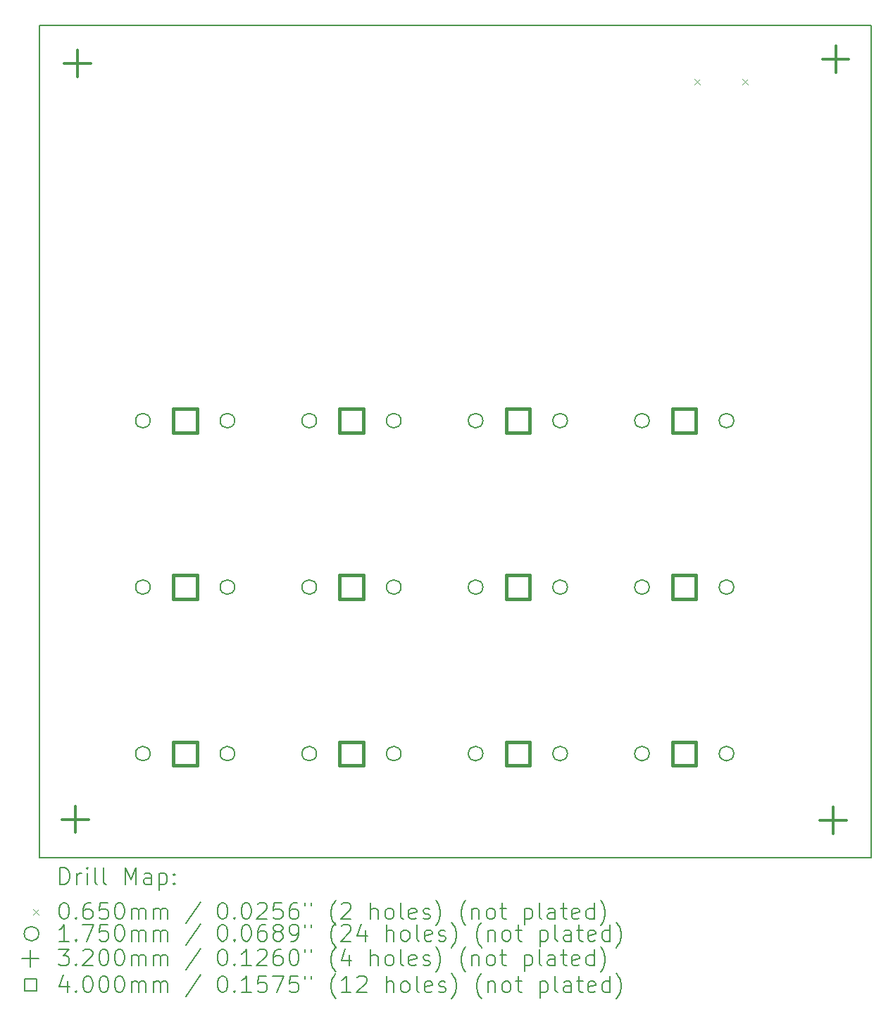
<source format=gbr>
%FSLAX45Y45*%
G04 Gerber Fmt 4.5, Leading zero omitted, Abs format (unit mm)*
G04 Created by KiCad (PCBNEW (6.0.0)) date 2022-08-04 01:32:55*
%MOMM*%
%LPD*%
G01*
G04 APERTURE LIST*
%TA.AperFunction,Profile*%
%ADD10C,0.200000*%
%TD*%
%ADD11C,0.200000*%
%ADD12C,0.065000*%
%ADD13C,0.175000*%
%ADD14C,0.320000*%
%ADD15C,0.400000*%
G04 APERTURE END LIST*
D10*
X4000000Y-3000000D02*
X14000000Y-3000000D01*
X14000000Y-3000000D02*
X14000000Y-13000000D01*
X14000000Y-13000000D02*
X4000000Y-13000000D01*
X4000000Y-13000000D02*
X4000000Y-3000000D01*
D11*
D12*
X11872500Y-3647400D02*
X11937500Y-3712400D01*
X11937500Y-3647400D02*
X11872500Y-3712400D01*
X12450500Y-3647400D02*
X12515500Y-3712400D01*
X12515500Y-3647400D02*
X12450500Y-3712400D01*
D13*
X5329500Y-7750000D02*
G75*
G03*
X5329500Y-7750000I-87500J0D01*
G01*
X5329500Y-9750000D02*
G75*
G03*
X5329500Y-9750000I-87500J0D01*
G01*
X5329500Y-11750000D02*
G75*
G03*
X5329500Y-11750000I-87500J0D01*
G01*
X6345500Y-7750000D02*
G75*
G03*
X6345500Y-7750000I-87500J0D01*
G01*
X6345500Y-9750000D02*
G75*
G03*
X6345500Y-9750000I-87500J0D01*
G01*
X6345500Y-11750000D02*
G75*
G03*
X6345500Y-11750000I-87500J0D01*
G01*
X7329500Y-7750000D02*
G75*
G03*
X7329500Y-7750000I-87500J0D01*
G01*
X7329500Y-9750000D02*
G75*
G03*
X7329500Y-9750000I-87500J0D01*
G01*
X7329500Y-11750000D02*
G75*
G03*
X7329500Y-11750000I-87500J0D01*
G01*
X8345500Y-7750000D02*
G75*
G03*
X8345500Y-7750000I-87500J0D01*
G01*
X8345500Y-9750000D02*
G75*
G03*
X8345500Y-9750000I-87500J0D01*
G01*
X8345500Y-11750000D02*
G75*
G03*
X8345500Y-11750000I-87500J0D01*
G01*
X9329500Y-7750000D02*
G75*
G03*
X9329500Y-7750000I-87500J0D01*
G01*
X9329500Y-9750000D02*
G75*
G03*
X9329500Y-9750000I-87500J0D01*
G01*
X9329500Y-11750000D02*
G75*
G03*
X9329500Y-11750000I-87500J0D01*
G01*
X10345500Y-7750000D02*
G75*
G03*
X10345500Y-7750000I-87500J0D01*
G01*
X10345500Y-9750000D02*
G75*
G03*
X10345500Y-9750000I-87500J0D01*
G01*
X10345500Y-11750000D02*
G75*
G03*
X10345500Y-11750000I-87500J0D01*
G01*
X11329500Y-7750000D02*
G75*
G03*
X11329500Y-7750000I-87500J0D01*
G01*
X11329500Y-9750000D02*
G75*
G03*
X11329500Y-9750000I-87500J0D01*
G01*
X11329500Y-11750000D02*
G75*
G03*
X11329500Y-11750000I-87500J0D01*
G01*
X12345500Y-7750000D02*
G75*
G03*
X12345500Y-7750000I-87500J0D01*
G01*
X12345500Y-9750000D02*
G75*
G03*
X12345500Y-9750000I-87500J0D01*
G01*
X12345500Y-11750000D02*
G75*
G03*
X12345500Y-11750000I-87500J0D01*
G01*
D14*
X4428100Y-12379600D02*
X4428100Y-12699600D01*
X4268100Y-12539600D02*
X4588100Y-12539600D01*
X4456900Y-3298500D02*
X4456900Y-3618500D01*
X4296900Y-3458500D02*
X4616900Y-3458500D01*
X13537200Y-12393500D02*
X13537200Y-12713500D01*
X13377200Y-12553500D02*
X13697200Y-12553500D01*
X13570000Y-3250000D02*
X13570000Y-3570000D01*
X13410000Y-3410000D02*
X13730000Y-3410000D01*
D15*
X5891423Y-7891423D02*
X5891423Y-7608577D01*
X5608577Y-7608577D01*
X5608577Y-7891423D01*
X5891423Y-7891423D01*
X5891423Y-9891423D02*
X5891423Y-9608577D01*
X5608577Y-9608577D01*
X5608577Y-9891423D01*
X5891423Y-9891423D01*
X5891423Y-11891423D02*
X5891423Y-11608577D01*
X5608577Y-11608577D01*
X5608577Y-11891423D01*
X5891423Y-11891423D01*
X7891423Y-7891423D02*
X7891423Y-7608577D01*
X7608577Y-7608577D01*
X7608577Y-7891423D01*
X7891423Y-7891423D01*
X7891423Y-9891423D02*
X7891423Y-9608577D01*
X7608577Y-9608577D01*
X7608577Y-9891423D01*
X7891423Y-9891423D01*
X7891423Y-11891423D02*
X7891423Y-11608577D01*
X7608577Y-11608577D01*
X7608577Y-11891423D01*
X7891423Y-11891423D01*
X9891423Y-7891423D02*
X9891423Y-7608577D01*
X9608577Y-7608577D01*
X9608577Y-7891423D01*
X9891423Y-7891423D01*
X9891423Y-9891423D02*
X9891423Y-9608577D01*
X9608577Y-9608577D01*
X9608577Y-9891423D01*
X9891423Y-9891423D01*
X9891423Y-11891423D02*
X9891423Y-11608577D01*
X9608577Y-11608577D01*
X9608577Y-11891423D01*
X9891423Y-11891423D01*
X11891423Y-7891423D02*
X11891423Y-7608577D01*
X11608577Y-7608577D01*
X11608577Y-7891423D01*
X11891423Y-7891423D01*
X11891423Y-9891423D02*
X11891423Y-9608577D01*
X11608577Y-9608577D01*
X11608577Y-9891423D01*
X11891423Y-9891423D01*
X11891423Y-11891423D02*
X11891423Y-11608577D01*
X11608577Y-11608577D01*
X11608577Y-11891423D01*
X11891423Y-11891423D01*
D11*
X4247619Y-13320476D02*
X4247619Y-13120476D01*
X4295238Y-13120476D01*
X4323810Y-13130000D01*
X4342857Y-13149048D01*
X4352381Y-13168095D01*
X4361905Y-13206190D01*
X4361905Y-13234762D01*
X4352381Y-13272857D01*
X4342857Y-13291905D01*
X4323810Y-13310952D01*
X4295238Y-13320476D01*
X4247619Y-13320476D01*
X4447619Y-13320476D02*
X4447619Y-13187143D01*
X4447619Y-13225238D02*
X4457143Y-13206190D01*
X4466667Y-13196667D01*
X4485714Y-13187143D01*
X4504762Y-13187143D01*
X4571429Y-13320476D02*
X4571429Y-13187143D01*
X4571429Y-13120476D02*
X4561905Y-13130000D01*
X4571429Y-13139524D01*
X4580952Y-13130000D01*
X4571429Y-13120476D01*
X4571429Y-13139524D01*
X4695238Y-13320476D02*
X4676190Y-13310952D01*
X4666667Y-13291905D01*
X4666667Y-13120476D01*
X4800000Y-13320476D02*
X4780952Y-13310952D01*
X4771429Y-13291905D01*
X4771429Y-13120476D01*
X5028571Y-13320476D02*
X5028571Y-13120476D01*
X5095238Y-13263333D01*
X5161905Y-13120476D01*
X5161905Y-13320476D01*
X5342857Y-13320476D02*
X5342857Y-13215714D01*
X5333333Y-13196667D01*
X5314286Y-13187143D01*
X5276190Y-13187143D01*
X5257143Y-13196667D01*
X5342857Y-13310952D02*
X5323810Y-13320476D01*
X5276190Y-13320476D01*
X5257143Y-13310952D01*
X5247619Y-13291905D01*
X5247619Y-13272857D01*
X5257143Y-13253809D01*
X5276190Y-13244286D01*
X5323810Y-13244286D01*
X5342857Y-13234762D01*
X5438095Y-13187143D02*
X5438095Y-13387143D01*
X5438095Y-13196667D02*
X5457143Y-13187143D01*
X5495238Y-13187143D01*
X5514286Y-13196667D01*
X5523810Y-13206190D01*
X5533333Y-13225238D01*
X5533333Y-13282381D01*
X5523810Y-13301428D01*
X5514286Y-13310952D01*
X5495238Y-13320476D01*
X5457143Y-13320476D01*
X5438095Y-13310952D01*
X5619048Y-13301428D02*
X5628571Y-13310952D01*
X5619048Y-13320476D01*
X5609524Y-13310952D01*
X5619048Y-13301428D01*
X5619048Y-13320476D01*
X5619048Y-13196667D02*
X5628571Y-13206190D01*
X5619048Y-13215714D01*
X5609524Y-13206190D01*
X5619048Y-13196667D01*
X5619048Y-13215714D01*
D12*
X3925000Y-13617500D02*
X3990000Y-13682500D01*
X3990000Y-13617500D02*
X3925000Y-13682500D01*
D11*
X4285714Y-13540476D02*
X4304762Y-13540476D01*
X4323810Y-13550000D01*
X4333333Y-13559524D01*
X4342857Y-13578571D01*
X4352381Y-13616667D01*
X4352381Y-13664286D01*
X4342857Y-13702381D01*
X4333333Y-13721428D01*
X4323810Y-13730952D01*
X4304762Y-13740476D01*
X4285714Y-13740476D01*
X4266667Y-13730952D01*
X4257143Y-13721428D01*
X4247619Y-13702381D01*
X4238095Y-13664286D01*
X4238095Y-13616667D01*
X4247619Y-13578571D01*
X4257143Y-13559524D01*
X4266667Y-13550000D01*
X4285714Y-13540476D01*
X4438095Y-13721428D02*
X4447619Y-13730952D01*
X4438095Y-13740476D01*
X4428571Y-13730952D01*
X4438095Y-13721428D01*
X4438095Y-13740476D01*
X4619048Y-13540476D02*
X4580952Y-13540476D01*
X4561905Y-13550000D01*
X4552381Y-13559524D01*
X4533333Y-13588095D01*
X4523810Y-13626190D01*
X4523810Y-13702381D01*
X4533333Y-13721428D01*
X4542857Y-13730952D01*
X4561905Y-13740476D01*
X4600000Y-13740476D01*
X4619048Y-13730952D01*
X4628571Y-13721428D01*
X4638095Y-13702381D01*
X4638095Y-13654762D01*
X4628571Y-13635714D01*
X4619048Y-13626190D01*
X4600000Y-13616667D01*
X4561905Y-13616667D01*
X4542857Y-13626190D01*
X4533333Y-13635714D01*
X4523810Y-13654762D01*
X4819048Y-13540476D02*
X4723810Y-13540476D01*
X4714286Y-13635714D01*
X4723810Y-13626190D01*
X4742857Y-13616667D01*
X4790476Y-13616667D01*
X4809524Y-13626190D01*
X4819048Y-13635714D01*
X4828571Y-13654762D01*
X4828571Y-13702381D01*
X4819048Y-13721428D01*
X4809524Y-13730952D01*
X4790476Y-13740476D01*
X4742857Y-13740476D01*
X4723810Y-13730952D01*
X4714286Y-13721428D01*
X4952381Y-13540476D02*
X4971429Y-13540476D01*
X4990476Y-13550000D01*
X5000000Y-13559524D01*
X5009524Y-13578571D01*
X5019048Y-13616667D01*
X5019048Y-13664286D01*
X5009524Y-13702381D01*
X5000000Y-13721428D01*
X4990476Y-13730952D01*
X4971429Y-13740476D01*
X4952381Y-13740476D01*
X4933333Y-13730952D01*
X4923810Y-13721428D01*
X4914286Y-13702381D01*
X4904762Y-13664286D01*
X4904762Y-13616667D01*
X4914286Y-13578571D01*
X4923810Y-13559524D01*
X4933333Y-13550000D01*
X4952381Y-13540476D01*
X5104762Y-13740476D02*
X5104762Y-13607143D01*
X5104762Y-13626190D02*
X5114286Y-13616667D01*
X5133333Y-13607143D01*
X5161905Y-13607143D01*
X5180952Y-13616667D01*
X5190476Y-13635714D01*
X5190476Y-13740476D01*
X5190476Y-13635714D02*
X5200000Y-13616667D01*
X5219048Y-13607143D01*
X5247619Y-13607143D01*
X5266667Y-13616667D01*
X5276190Y-13635714D01*
X5276190Y-13740476D01*
X5371429Y-13740476D02*
X5371429Y-13607143D01*
X5371429Y-13626190D02*
X5380952Y-13616667D01*
X5400000Y-13607143D01*
X5428571Y-13607143D01*
X5447619Y-13616667D01*
X5457143Y-13635714D01*
X5457143Y-13740476D01*
X5457143Y-13635714D02*
X5466667Y-13616667D01*
X5485714Y-13607143D01*
X5514286Y-13607143D01*
X5533333Y-13616667D01*
X5542857Y-13635714D01*
X5542857Y-13740476D01*
X5933333Y-13530952D02*
X5761905Y-13788095D01*
X6190476Y-13540476D02*
X6209524Y-13540476D01*
X6228571Y-13550000D01*
X6238095Y-13559524D01*
X6247619Y-13578571D01*
X6257143Y-13616667D01*
X6257143Y-13664286D01*
X6247619Y-13702381D01*
X6238095Y-13721428D01*
X6228571Y-13730952D01*
X6209524Y-13740476D01*
X6190476Y-13740476D01*
X6171428Y-13730952D01*
X6161905Y-13721428D01*
X6152381Y-13702381D01*
X6142857Y-13664286D01*
X6142857Y-13616667D01*
X6152381Y-13578571D01*
X6161905Y-13559524D01*
X6171428Y-13550000D01*
X6190476Y-13540476D01*
X6342857Y-13721428D02*
X6352381Y-13730952D01*
X6342857Y-13740476D01*
X6333333Y-13730952D01*
X6342857Y-13721428D01*
X6342857Y-13740476D01*
X6476190Y-13540476D02*
X6495238Y-13540476D01*
X6514286Y-13550000D01*
X6523809Y-13559524D01*
X6533333Y-13578571D01*
X6542857Y-13616667D01*
X6542857Y-13664286D01*
X6533333Y-13702381D01*
X6523809Y-13721428D01*
X6514286Y-13730952D01*
X6495238Y-13740476D01*
X6476190Y-13740476D01*
X6457143Y-13730952D01*
X6447619Y-13721428D01*
X6438095Y-13702381D01*
X6428571Y-13664286D01*
X6428571Y-13616667D01*
X6438095Y-13578571D01*
X6447619Y-13559524D01*
X6457143Y-13550000D01*
X6476190Y-13540476D01*
X6619048Y-13559524D02*
X6628571Y-13550000D01*
X6647619Y-13540476D01*
X6695238Y-13540476D01*
X6714286Y-13550000D01*
X6723809Y-13559524D01*
X6733333Y-13578571D01*
X6733333Y-13597619D01*
X6723809Y-13626190D01*
X6609524Y-13740476D01*
X6733333Y-13740476D01*
X6914286Y-13540476D02*
X6819048Y-13540476D01*
X6809524Y-13635714D01*
X6819048Y-13626190D01*
X6838095Y-13616667D01*
X6885714Y-13616667D01*
X6904762Y-13626190D01*
X6914286Y-13635714D01*
X6923809Y-13654762D01*
X6923809Y-13702381D01*
X6914286Y-13721428D01*
X6904762Y-13730952D01*
X6885714Y-13740476D01*
X6838095Y-13740476D01*
X6819048Y-13730952D01*
X6809524Y-13721428D01*
X7095238Y-13540476D02*
X7057143Y-13540476D01*
X7038095Y-13550000D01*
X7028571Y-13559524D01*
X7009524Y-13588095D01*
X7000000Y-13626190D01*
X7000000Y-13702381D01*
X7009524Y-13721428D01*
X7019048Y-13730952D01*
X7038095Y-13740476D01*
X7076190Y-13740476D01*
X7095238Y-13730952D01*
X7104762Y-13721428D01*
X7114286Y-13702381D01*
X7114286Y-13654762D01*
X7104762Y-13635714D01*
X7095238Y-13626190D01*
X7076190Y-13616667D01*
X7038095Y-13616667D01*
X7019048Y-13626190D01*
X7009524Y-13635714D01*
X7000000Y-13654762D01*
X7190476Y-13540476D02*
X7190476Y-13578571D01*
X7266667Y-13540476D02*
X7266667Y-13578571D01*
X7561905Y-13816667D02*
X7552381Y-13807143D01*
X7533333Y-13778571D01*
X7523809Y-13759524D01*
X7514286Y-13730952D01*
X7504762Y-13683333D01*
X7504762Y-13645238D01*
X7514286Y-13597619D01*
X7523809Y-13569048D01*
X7533333Y-13550000D01*
X7552381Y-13521428D01*
X7561905Y-13511905D01*
X7628571Y-13559524D02*
X7638095Y-13550000D01*
X7657143Y-13540476D01*
X7704762Y-13540476D01*
X7723809Y-13550000D01*
X7733333Y-13559524D01*
X7742857Y-13578571D01*
X7742857Y-13597619D01*
X7733333Y-13626190D01*
X7619048Y-13740476D01*
X7742857Y-13740476D01*
X7980952Y-13740476D02*
X7980952Y-13540476D01*
X8066667Y-13740476D02*
X8066667Y-13635714D01*
X8057143Y-13616667D01*
X8038095Y-13607143D01*
X8009524Y-13607143D01*
X7990476Y-13616667D01*
X7980952Y-13626190D01*
X8190476Y-13740476D02*
X8171428Y-13730952D01*
X8161905Y-13721428D01*
X8152381Y-13702381D01*
X8152381Y-13645238D01*
X8161905Y-13626190D01*
X8171428Y-13616667D01*
X8190476Y-13607143D01*
X8219048Y-13607143D01*
X8238095Y-13616667D01*
X8247619Y-13626190D01*
X8257143Y-13645238D01*
X8257143Y-13702381D01*
X8247619Y-13721428D01*
X8238095Y-13730952D01*
X8219048Y-13740476D01*
X8190476Y-13740476D01*
X8371428Y-13740476D02*
X8352381Y-13730952D01*
X8342857Y-13711905D01*
X8342857Y-13540476D01*
X8523810Y-13730952D02*
X8504762Y-13740476D01*
X8466667Y-13740476D01*
X8447619Y-13730952D01*
X8438095Y-13711905D01*
X8438095Y-13635714D01*
X8447619Y-13616667D01*
X8466667Y-13607143D01*
X8504762Y-13607143D01*
X8523810Y-13616667D01*
X8533333Y-13635714D01*
X8533333Y-13654762D01*
X8438095Y-13673809D01*
X8609524Y-13730952D02*
X8628571Y-13740476D01*
X8666667Y-13740476D01*
X8685714Y-13730952D01*
X8695238Y-13711905D01*
X8695238Y-13702381D01*
X8685714Y-13683333D01*
X8666667Y-13673809D01*
X8638095Y-13673809D01*
X8619048Y-13664286D01*
X8609524Y-13645238D01*
X8609524Y-13635714D01*
X8619048Y-13616667D01*
X8638095Y-13607143D01*
X8666667Y-13607143D01*
X8685714Y-13616667D01*
X8761905Y-13816667D02*
X8771429Y-13807143D01*
X8790476Y-13778571D01*
X8800000Y-13759524D01*
X8809524Y-13730952D01*
X8819048Y-13683333D01*
X8819048Y-13645238D01*
X8809524Y-13597619D01*
X8800000Y-13569048D01*
X8790476Y-13550000D01*
X8771429Y-13521428D01*
X8761905Y-13511905D01*
X9123810Y-13816667D02*
X9114286Y-13807143D01*
X9095238Y-13778571D01*
X9085714Y-13759524D01*
X9076190Y-13730952D01*
X9066667Y-13683333D01*
X9066667Y-13645238D01*
X9076190Y-13597619D01*
X9085714Y-13569048D01*
X9095238Y-13550000D01*
X9114286Y-13521428D01*
X9123810Y-13511905D01*
X9200000Y-13607143D02*
X9200000Y-13740476D01*
X9200000Y-13626190D02*
X9209524Y-13616667D01*
X9228571Y-13607143D01*
X9257143Y-13607143D01*
X9276190Y-13616667D01*
X9285714Y-13635714D01*
X9285714Y-13740476D01*
X9409524Y-13740476D02*
X9390476Y-13730952D01*
X9380952Y-13721428D01*
X9371429Y-13702381D01*
X9371429Y-13645238D01*
X9380952Y-13626190D01*
X9390476Y-13616667D01*
X9409524Y-13607143D01*
X9438095Y-13607143D01*
X9457143Y-13616667D01*
X9466667Y-13626190D01*
X9476190Y-13645238D01*
X9476190Y-13702381D01*
X9466667Y-13721428D01*
X9457143Y-13730952D01*
X9438095Y-13740476D01*
X9409524Y-13740476D01*
X9533333Y-13607143D02*
X9609524Y-13607143D01*
X9561905Y-13540476D02*
X9561905Y-13711905D01*
X9571429Y-13730952D01*
X9590476Y-13740476D01*
X9609524Y-13740476D01*
X9828571Y-13607143D02*
X9828571Y-13807143D01*
X9828571Y-13616667D02*
X9847619Y-13607143D01*
X9885714Y-13607143D01*
X9904762Y-13616667D01*
X9914286Y-13626190D01*
X9923810Y-13645238D01*
X9923810Y-13702381D01*
X9914286Y-13721428D01*
X9904762Y-13730952D01*
X9885714Y-13740476D01*
X9847619Y-13740476D01*
X9828571Y-13730952D01*
X10038095Y-13740476D02*
X10019048Y-13730952D01*
X10009524Y-13711905D01*
X10009524Y-13540476D01*
X10200000Y-13740476D02*
X10200000Y-13635714D01*
X10190476Y-13616667D01*
X10171429Y-13607143D01*
X10133333Y-13607143D01*
X10114286Y-13616667D01*
X10200000Y-13730952D02*
X10180952Y-13740476D01*
X10133333Y-13740476D01*
X10114286Y-13730952D01*
X10104762Y-13711905D01*
X10104762Y-13692857D01*
X10114286Y-13673809D01*
X10133333Y-13664286D01*
X10180952Y-13664286D01*
X10200000Y-13654762D01*
X10266667Y-13607143D02*
X10342857Y-13607143D01*
X10295238Y-13540476D02*
X10295238Y-13711905D01*
X10304762Y-13730952D01*
X10323810Y-13740476D01*
X10342857Y-13740476D01*
X10485714Y-13730952D02*
X10466667Y-13740476D01*
X10428571Y-13740476D01*
X10409524Y-13730952D01*
X10400000Y-13711905D01*
X10400000Y-13635714D01*
X10409524Y-13616667D01*
X10428571Y-13607143D01*
X10466667Y-13607143D01*
X10485714Y-13616667D01*
X10495238Y-13635714D01*
X10495238Y-13654762D01*
X10400000Y-13673809D01*
X10666667Y-13740476D02*
X10666667Y-13540476D01*
X10666667Y-13730952D02*
X10647619Y-13740476D01*
X10609524Y-13740476D01*
X10590476Y-13730952D01*
X10580952Y-13721428D01*
X10571429Y-13702381D01*
X10571429Y-13645238D01*
X10580952Y-13626190D01*
X10590476Y-13616667D01*
X10609524Y-13607143D01*
X10647619Y-13607143D01*
X10666667Y-13616667D01*
X10742857Y-13816667D02*
X10752381Y-13807143D01*
X10771429Y-13778571D01*
X10780952Y-13759524D01*
X10790476Y-13730952D01*
X10800000Y-13683333D01*
X10800000Y-13645238D01*
X10790476Y-13597619D01*
X10780952Y-13569048D01*
X10771429Y-13550000D01*
X10752381Y-13521428D01*
X10742857Y-13511905D01*
D13*
X3990000Y-13914000D02*
G75*
G03*
X3990000Y-13914000I-87500J0D01*
G01*
D11*
X4352381Y-14004476D02*
X4238095Y-14004476D01*
X4295238Y-14004476D02*
X4295238Y-13804476D01*
X4276190Y-13833048D01*
X4257143Y-13852095D01*
X4238095Y-13861619D01*
X4438095Y-13985428D02*
X4447619Y-13994952D01*
X4438095Y-14004476D01*
X4428571Y-13994952D01*
X4438095Y-13985428D01*
X4438095Y-14004476D01*
X4514286Y-13804476D02*
X4647619Y-13804476D01*
X4561905Y-14004476D01*
X4819048Y-13804476D02*
X4723810Y-13804476D01*
X4714286Y-13899714D01*
X4723810Y-13890190D01*
X4742857Y-13880667D01*
X4790476Y-13880667D01*
X4809524Y-13890190D01*
X4819048Y-13899714D01*
X4828571Y-13918762D01*
X4828571Y-13966381D01*
X4819048Y-13985428D01*
X4809524Y-13994952D01*
X4790476Y-14004476D01*
X4742857Y-14004476D01*
X4723810Y-13994952D01*
X4714286Y-13985428D01*
X4952381Y-13804476D02*
X4971429Y-13804476D01*
X4990476Y-13814000D01*
X5000000Y-13823524D01*
X5009524Y-13842571D01*
X5019048Y-13880667D01*
X5019048Y-13928286D01*
X5009524Y-13966381D01*
X5000000Y-13985428D01*
X4990476Y-13994952D01*
X4971429Y-14004476D01*
X4952381Y-14004476D01*
X4933333Y-13994952D01*
X4923810Y-13985428D01*
X4914286Y-13966381D01*
X4904762Y-13928286D01*
X4904762Y-13880667D01*
X4914286Y-13842571D01*
X4923810Y-13823524D01*
X4933333Y-13814000D01*
X4952381Y-13804476D01*
X5104762Y-14004476D02*
X5104762Y-13871143D01*
X5104762Y-13890190D02*
X5114286Y-13880667D01*
X5133333Y-13871143D01*
X5161905Y-13871143D01*
X5180952Y-13880667D01*
X5190476Y-13899714D01*
X5190476Y-14004476D01*
X5190476Y-13899714D02*
X5200000Y-13880667D01*
X5219048Y-13871143D01*
X5247619Y-13871143D01*
X5266667Y-13880667D01*
X5276190Y-13899714D01*
X5276190Y-14004476D01*
X5371429Y-14004476D02*
X5371429Y-13871143D01*
X5371429Y-13890190D02*
X5380952Y-13880667D01*
X5400000Y-13871143D01*
X5428571Y-13871143D01*
X5447619Y-13880667D01*
X5457143Y-13899714D01*
X5457143Y-14004476D01*
X5457143Y-13899714D02*
X5466667Y-13880667D01*
X5485714Y-13871143D01*
X5514286Y-13871143D01*
X5533333Y-13880667D01*
X5542857Y-13899714D01*
X5542857Y-14004476D01*
X5933333Y-13794952D02*
X5761905Y-14052095D01*
X6190476Y-13804476D02*
X6209524Y-13804476D01*
X6228571Y-13814000D01*
X6238095Y-13823524D01*
X6247619Y-13842571D01*
X6257143Y-13880667D01*
X6257143Y-13928286D01*
X6247619Y-13966381D01*
X6238095Y-13985428D01*
X6228571Y-13994952D01*
X6209524Y-14004476D01*
X6190476Y-14004476D01*
X6171428Y-13994952D01*
X6161905Y-13985428D01*
X6152381Y-13966381D01*
X6142857Y-13928286D01*
X6142857Y-13880667D01*
X6152381Y-13842571D01*
X6161905Y-13823524D01*
X6171428Y-13814000D01*
X6190476Y-13804476D01*
X6342857Y-13985428D02*
X6352381Y-13994952D01*
X6342857Y-14004476D01*
X6333333Y-13994952D01*
X6342857Y-13985428D01*
X6342857Y-14004476D01*
X6476190Y-13804476D02*
X6495238Y-13804476D01*
X6514286Y-13814000D01*
X6523809Y-13823524D01*
X6533333Y-13842571D01*
X6542857Y-13880667D01*
X6542857Y-13928286D01*
X6533333Y-13966381D01*
X6523809Y-13985428D01*
X6514286Y-13994952D01*
X6495238Y-14004476D01*
X6476190Y-14004476D01*
X6457143Y-13994952D01*
X6447619Y-13985428D01*
X6438095Y-13966381D01*
X6428571Y-13928286D01*
X6428571Y-13880667D01*
X6438095Y-13842571D01*
X6447619Y-13823524D01*
X6457143Y-13814000D01*
X6476190Y-13804476D01*
X6714286Y-13804476D02*
X6676190Y-13804476D01*
X6657143Y-13814000D01*
X6647619Y-13823524D01*
X6628571Y-13852095D01*
X6619048Y-13890190D01*
X6619048Y-13966381D01*
X6628571Y-13985428D01*
X6638095Y-13994952D01*
X6657143Y-14004476D01*
X6695238Y-14004476D01*
X6714286Y-13994952D01*
X6723809Y-13985428D01*
X6733333Y-13966381D01*
X6733333Y-13918762D01*
X6723809Y-13899714D01*
X6714286Y-13890190D01*
X6695238Y-13880667D01*
X6657143Y-13880667D01*
X6638095Y-13890190D01*
X6628571Y-13899714D01*
X6619048Y-13918762D01*
X6847619Y-13890190D02*
X6828571Y-13880667D01*
X6819048Y-13871143D01*
X6809524Y-13852095D01*
X6809524Y-13842571D01*
X6819048Y-13823524D01*
X6828571Y-13814000D01*
X6847619Y-13804476D01*
X6885714Y-13804476D01*
X6904762Y-13814000D01*
X6914286Y-13823524D01*
X6923809Y-13842571D01*
X6923809Y-13852095D01*
X6914286Y-13871143D01*
X6904762Y-13880667D01*
X6885714Y-13890190D01*
X6847619Y-13890190D01*
X6828571Y-13899714D01*
X6819048Y-13909238D01*
X6809524Y-13928286D01*
X6809524Y-13966381D01*
X6819048Y-13985428D01*
X6828571Y-13994952D01*
X6847619Y-14004476D01*
X6885714Y-14004476D01*
X6904762Y-13994952D01*
X6914286Y-13985428D01*
X6923809Y-13966381D01*
X6923809Y-13928286D01*
X6914286Y-13909238D01*
X6904762Y-13899714D01*
X6885714Y-13890190D01*
X7019048Y-14004476D02*
X7057143Y-14004476D01*
X7076190Y-13994952D01*
X7085714Y-13985428D01*
X7104762Y-13956857D01*
X7114286Y-13918762D01*
X7114286Y-13842571D01*
X7104762Y-13823524D01*
X7095238Y-13814000D01*
X7076190Y-13804476D01*
X7038095Y-13804476D01*
X7019048Y-13814000D01*
X7009524Y-13823524D01*
X7000000Y-13842571D01*
X7000000Y-13890190D01*
X7009524Y-13909238D01*
X7019048Y-13918762D01*
X7038095Y-13928286D01*
X7076190Y-13928286D01*
X7095238Y-13918762D01*
X7104762Y-13909238D01*
X7114286Y-13890190D01*
X7190476Y-13804476D02*
X7190476Y-13842571D01*
X7266667Y-13804476D02*
X7266667Y-13842571D01*
X7561905Y-14080667D02*
X7552381Y-14071143D01*
X7533333Y-14042571D01*
X7523809Y-14023524D01*
X7514286Y-13994952D01*
X7504762Y-13947333D01*
X7504762Y-13909238D01*
X7514286Y-13861619D01*
X7523809Y-13833048D01*
X7533333Y-13814000D01*
X7552381Y-13785428D01*
X7561905Y-13775905D01*
X7628571Y-13823524D02*
X7638095Y-13814000D01*
X7657143Y-13804476D01*
X7704762Y-13804476D01*
X7723809Y-13814000D01*
X7733333Y-13823524D01*
X7742857Y-13842571D01*
X7742857Y-13861619D01*
X7733333Y-13890190D01*
X7619048Y-14004476D01*
X7742857Y-14004476D01*
X7914286Y-13871143D02*
X7914286Y-14004476D01*
X7866667Y-13794952D02*
X7819048Y-13937809D01*
X7942857Y-13937809D01*
X8171428Y-14004476D02*
X8171428Y-13804476D01*
X8257143Y-14004476D02*
X8257143Y-13899714D01*
X8247619Y-13880667D01*
X8228571Y-13871143D01*
X8200000Y-13871143D01*
X8180952Y-13880667D01*
X8171428Y-13890190D01*
X8380952Y-14004476D02*
X8361905Y-13994952D01*
X8352381Y-13985428D01*
X8342857Y-13966381D01*
X8342857Y-13909238D01*
X8352381Y-13890190D01*
X8361905Y-13880667D01*
X8380952Y-13871143D01*
X8409524Y-13871143D01*
X8428571Y-13880667D01*
X8438095Y-13890190D01*
X8447619Y-13909238D01*
X8447619Y-13966381D01*
X8438095Y-13985428D01*
X8428571Y-13994952D01*
X8409524Y-14004476D01*
X8380952Y-14004476D01*
X8561905Y-14004476D02*
X8542857Y-13994952D01*
X8533333Y-13975905D01*
X8533333Y-13804476D01*
X8714286Y-13994952D02*
X8695238Y-14004476D01*
X8657143Y-14004476D01*
X8638095Y-13994952D01*
X8628571Y-13975905D01*
X8628571Y-13899714D01*
X8638095Y-13880667D01*
X8657143Y-13871143D01*
X8695238Y-13871143D01*
X8714286Y-13880667D01*
X8723810Y-13899714D01*
X8723810Y-13918762D01*
X8628571Y-13937809D01*
X8800000Y-13994952D02*
X8819048Y-14004476D01*
X8857143Y-14004476D01*
X8876190Y-13994952D01*
X8885714Y-13975905D01*
X8885714Y-13966381D01*
X8876190Y-13947333D01*
X8857143Y-13937809D01*
X8828571Y-13937809D01*
X8809524Y-13928286D01*
X8800000Y-13909238D01*
X8800000Y-13899714D01*
X8809524Y-13880667D01*
X8828571Y-13871143D01*
X8857143Y-13871143D01*
X8876190Y-13880667D01*
X8952381Y-14080667D02*
X8961905Y-14071143D01*
X8980952Y-14042571D01*
X8990476Y-14023524D01*
X9000000Y-13994952D01*
X9009524Y-13947333D01*
X9009524Y-13909238D01*
X9000000Y-13861619D01*
X8990476Y-13833048D01*
X8980952Y-13814000D01*
X8961905Y-13785428D01*
X8952381Y-13775905D01*
X9314286Y-14080667D02*
X9304762Y-14071143D01*
X9285714Y-14042571D01*
X9276190Y-14023524D01*
X9266667Y-13994952D01*
X9257143Y-13947333D01*
X9257143Y-13909238D01*
X9266667Y-13861619D01*
X9276190Y-13833048D01*
X9285714Y-13814000D01*
X9304762Y-13785428D01*
X9314286Y-13775905D01*
X9390476Y-13871143D02*
X9390476Y-14004476D01*
X9390476Y-13890190D02*
X9400000Y-13880667D01*
X9419048Y-13871143D01*
X9447619Y-13871143D01*
X9466667Y-13880667D01*
X9476190Y-13899714D01*
X9476190Y-14004476D01*
X9600000Y-14004476D02*
X9580952Y-13994952D01*
X9571429Y-13985428D01*
X9561905Y-13966381D01*
X9561905Y-13909238D01*
X9571429Y-13890190D01*
X9580952Y-13880667D01*
X9600000Y-13871143D01*
X9628571Y-13871143D01*
X9647619Y-13880667D01*
X9657143Y-13890190D01*
X9666667Y-13909238D01*
X9666667Y-13966381D01*
X9657143Y-13985428D01*
X9647619Y-13994952D01*
X9628571Y-14004476D01*
X9600000Y-14004476D01*
X9723810Y-13871143D02*
X9800000Y-13871143D01*
X9752381Y-13804476D02*
X9752381Y-13975905D01*
X9761905Y-13994952D01*
X9780952Y-14004476D01*
X9800000Y-14004476D01*
X10019048Y-13871143D02*
X10019048Y-14071143D01*
X10019048Y-13880667D02*
X10038095Y-13871143D01*
X10076190Y-13871143D01*
X10095238Y-13880667D01*
X10104762Y-13890190D01*
X10114286Y-13909238D01*
X10114286Y-13966381D01*
X10104762Y-13985428D01*
X10095238Y-13994952D01*
X10076190Y-14004476D01*
X10038095Y-14004476D01*
X10019048Y-13994952D01*
X10228571Y-14004476D02*
X10209524Y-13994952D01*
X10200000Y-13975905D01*
X10200000Y-13804476D01*
X10390476Y-14004476D02*
X10390476Y-13899714D01*
X10380952Y-13880667D01*
X10361905Y-13871143D01*
X10323810Y-13871143D01*
X10304762Y-13880667D01*
X10390476Y-13994952D02*
X10371429Y-14004476D01*
X10323810Y-14004476D01*
X10304762Y-13994952D01*
X10295238Y-13975905D01*
X10295238Y-13956857D01*
X10304762Y-13937809D01*
X10323810Y-13928286D01*
X10371429Y-13928286D01*
X10390476Y-13918762D01*
X10457143Y-13871143D02*
X10533333Y-13871143D01*
X10485714Y-13804476D02*
X10485714Y-13975905D01*
X10495238Y-13994952D01*
X10514286Y-14004476D01*
X10533333Y-14004476D01*
X10676190Y-13994952D02*
X10657143Y-14004476D01*
X10619048Y-14004476D01*
X10600000Y-13994952D01*
X10590476Y-13975905D01*
X10590476Y-13899714D01*
X10600000Y-13880667D01*
X10619048Y-13871143D01*
X10657143Y-13871143D01*
X10676190Y-13880667D01*
X10685714Y-13899714D01*
X10685714Y-13918762D01*
X10590476Y-13937809D01*
X10857143Y-14004476D02*
X10857143Y-13804476D01*
X10857143Y-13994952D02*
X10838095Y-14004476D01*
X10800000Y-14004476D01*
X10780952Y-13994952D01*
X10771429Y-13985428D01*
X10761905Y-13966381D01*
X10761905Y-13909238D01*
X10771429Y-13890190D01*
X10780952Y-13880667D01*
X10800000Y-13871143D01*
X10838095Y-13871143D01*
X10857143Y-13880667D01*
X10933333Y-14080667D02*
X10942857Y-14071143D01*
X10961905Y-14042571D01*
X10971429Y-14023524D01*
X10980952Y-13994952D01*
X10990476Y-13947333D01*
X10990476Y-13909238D01*
X10980952Y-13861619D01*
X10971429Y-13833048D01*
X10961905Y-13814000D01*
X10942857Y-13785428D01*
X10933333Y-13775905D01*
X3890000Y-14109000D02*
X3890000Y-14309000D01*
X3790000Y-14209000D02*
X3990000Y-14209000D01*
X4228571Y-14099476D02*
X4352381Y-14099476D01*
X4285714Y-14175667D01*
X4314286Y-14175667D01*
X4333333Y-14185190D01*
X4342857Y-14194714D01*
X4352381Y-14213762D01*
X4352381Y-14261381D01*
X4342857Y-14280428D01*
X4333333Y-14289952D01*
X4314286Y-14299476D01*
X4257143Y-14299476D01*
X4238095Y-14289952D01*
X4228571Y-14280428D01*
X4438095Y-14280428D02*
X4447619Y-14289952D01*
X4438095Y-14299476D01*
X4428571Y-14289952D01*
X4438095Y-14280428D01*
X4438095Y-14299476D01*
X4523810Y-14118524D02*
X4533333Y-14109000D01*
X4552381Y-14099476D01*
X4600000Y-14099476D01*
X4619048Y-14109000D01*
X4628571Y-14118524D01*
X4638095Y-14137571D01*
X4638095Y-14156619D01*
X4628571Y-14185190D01*
X4514286Y-14299476D01*
X4638095Y-14299476D01*
X4761905Y-14099476D02*
X4780952Y-14099476D01*
X4800000Y-14109000D01*
X4809524Y-14118524D01*
X4819048Y-14137571D01*
X4828571Y-14175667D01*
X4828571Y-14223286D01*
X4819048Y-14261381D01*
X4809524Y-14280428D01*
X4800000Y-14289952D01*
X4780952Y-14299476D01*
X4761905Y-14299476D01*
X4742857Y-14289952D01*
X4733333Y-14280428D01*
X4723810Y-14261381D01*
X4714286Y-14223286D01*
X4714286Y-14175667D01*
X4723810Y-14137571D01*
X4733333Y-14118524D01*
X4742857Y-14109000D01*
X4761905Y-14099476D01*
X4952381Y-14099476D02*
X4971429Y-14099476D01*
X4990476Y-14109000D01*
X5000000Y-14118524D01*
X5009524Y-14137571D01*
X5019048Y-14175667D01*
X5019048Y-14223286D01*
X5009524Y-14261381D01*
X5000000Y-14280428D01*
X4990476Y-14289952D01*
X4971429Y-14299476D01*
X4952381Y-14299476D01*
X4933333Y-14289952D01*
X4923810Y-14280428D01*
X4914286Y-14261381D01*
X4904762Y-14223286D01*
X4904762Y-14175667D01*
X4914286Y-14137571D01*
X4923810Y-14118524D01*
X4933333Y-14109000D01*
X4952381Y-14099476D01*
X5104762Y-14299476D02*
X5104762Y-14166143D01*
X5104762Y-14185190D02*
X5114286Y-14175667D01*
X5133333Y-14166143D01*
X5161905Y-14166143D01*
X5180952Y-14175667D01*
X5190476Y-14194714D01*
X5190476Y-14299476D01*
X5190476Y-14194714D02*
X5200000Y-14175667D01*
X5219048Y-14166143D01*
X5247619Y-14166143D01*
X5266667Y-14175667D01*
X5276190Y-14194714D01*
X5276190Y-14299476D01*
X5371429Y-14299476D02*
X5371429Y-14166143D01*
X5371429Y-14185190D02*
X5380952Y-14175667D01*
X5400000Y-14166143D01*
X5428571Y-14166143D01*
X5447619Y-14175667D01*
X5457143Y-14194714D01*
X5457143Y-14299476D01*
X5457143Y-14194714D02*
X5466667Y-14175667D01*
X5485714Y-14166143D01*
X5514286Y-14166143D01*
X5533333Y-14175667D01*
X5542857Y-14194714D01*
X5542857Y-14299476D01*
X5933333Y-14089952D02*
X5761905Y-14347095D01*
X6190476Y-14099476D02*
X6209524Y-14099476D01*
X6228571Y-14109000D01*
X6238095Y-14118524D01*
X6247619Y-14137571D01*
X6257143Y-14175667D01*
X6257143Y-14223286D01*
X6247619Y-14261381D01*
X6238095Y-14280428D01*
X6228571Y-14289952D01*
X6209524Y-14299476D01*
X6190476Y-14299476D01*
X6171428Y-14289952D01*
X6161905Y-14280428D01*
X6152381Y-14261381D01*
X6142857Y-14223286D01*
X6142857Y-14175667D01*
X6152381Y-14137571D01*
X6161905Y-14118524D01*
X6171428Y-14109000D01*
X6190476Y-14099476D01*
X6342857Y-14280428D02*
X6352381Y-14289952D01*
X6342857Y-14299476D01*
X6333333Y-14289952D01*
X6342857Y-14280428D01*
X6342857Y-14299476D01*
X6542857Y-14299476D02*
X6428571Y-14299476D01*
X6485714Y-14299476D02*
X6485714Y-14099476D01*
X6466667Y-14128048D01*
X6447619Y-14147095D01*
X6428571Y-14156619D01*
X6619048Y-14118524D02*
X6628571Y-14109000D01*
X6647619Y-14099476D01*
X6695238Y-14099476D01*
X6714286Y-14109000D01*
X6723809Y-14118524D01*
X6733333Y-14137571D01*
X6733333Y-14156619D01*
X6723809Y-14185190D01*
X6609524Y-14299476D01*
X6733333Y-14299476D01*
X6904762Y-14099476D02*
X6866667Y-14099476D01*
X6847619Y-14109000D01*
X6838095Y-14118524D01*
X6819048Y-14147095D01*
X6809524Y-14185190D01*
X6809524Y-14261381D01*
X6819048Y-14280428D01*
X6828571Y-14289952D01*
X6847619Y-14299476D01*
X6885714Y-14299476D01*
X6904762Y-14289952D01*
X6914286Y-14280428D01*
X6923809Y-14261381D01*
X6923809Y-14213762D01*
X6914286Y-14194714D01*
X6904762Y-14185190D01*
X6885714Y-14175667D01*
X6847619Y-14175667D01*
X6828571Y-14185190D01*
X6819048Y-14194714D01*
X6809524Y-14213762D01*
X7047619Y-14099476D02*
X7066667Y-14099476D01*
X7085714Y-14109000D01*
X7095238Y-14118524D01*
X7104762Y-14137571D01*
X7114286Y-14175667D01*
X7114286Y-14223286D01*
X7104762Y-14261381D01*
X7095238Y-14280428D01*
X7085714Y-14289952D01*
X7066667Y-14299476D01*
X7047619Y-14299476D01*
X7028571Y-14289952D01*
X7019048Y-14280428D01*
X7009524Y-14261381D01*
X7000000Y-14223286D01*
X7000000Y-14175667D01*
X7009524Y-14137571D01*
X7019048Y-14118524D01*
X7028571Y-14109000D01*
X7047619Y-14099476D01*
X7190476Y-14099476D02*
X7190476Y-14137571D01*
X7266667Y-14099476D02*
X7266667Y-14137571D01*
X7561905Y-14375667D02*
X7552381Y-14366143D01*
X7533333Y-14337571D01*
X7523809Y-14318524D01*
X7514286Y-14289952D01*
X7504762Y-14242333D01*
X7504762Y-14204238D01*
X7514286Y-14156619D01*
X7523809Y-14128048D01*
X7533333Y-14109000D01*
X7552381Y-14080428D01*
X7561905Y-14070905D01*
X7723809Y-14166143D02*
X7723809Y-14299476D01*
X7676190Y-14089952D02*
X7628571Y-14232809D01*
X7752381Y-14232809D01*
X7980952Y-14299476D02*
X7980952Y-14099476D01*
X8066667Y-14299476D02*
X8066667Y-14194714D01*
X8057143Y-14175667D01*
X8038095Y-14166143D01*
X8009524Y-14166143D01*
X7990476Y-14175667D01*
X7980952Y-14185190D01*
X8190476Y-14299476D02*
X8171428Y-14289952D01*
X8161905Y-14280428D01*
X8152381Y-14261381D01*
X8152381Y-14204238D01*
X8161905Y-14185190D01*
X8171428Y-14175667D01*
X8190476Y-14166143D01*
X8219048Y-14166143D01*
X8238095Y-14175667D01*
X8247619Y-14185190D01*
X8257143Y-14204238D01*
X8257143Y-14261381D01*
X8247619Y-14280428D01*
X8238095Y-14289952D01*
X8219048Y-14299476D01*
X8190476Y-14299476D01*
X8371428Y-14299476D02*
X8352381Y-14289952D01*
X8342857Y-14270905D01*
X8342857Y-14099476D01*
X8523810Y-14289952D02*
X8504762Y-14299476D01*
X8466667Y-14299476D01*
X8447619Y-14289952D01*
X8438095Y-14270905D01*
X8438095Y-14194714D01*
X8447619Y-14175667D01*
X8466667Y-14166143D01*
X8504762Y-14166143D01*
X8523810Y-14175667D01*
X8533333Y-14194714D01*
X8533333Y-14213762D01*
X8438095Y-14232809D01*
X8609524Y-14289952D02*
X8628571Y-14299476D01*
X8666667Y-14299476D01*
X8685714Y-14289952D01*
X8695238Y-14270905D01*
X8695238Y-14261381D01*
X8685714Y-14242333D01*
X8666667Y-14232809D01*
X8638095Y-14232809D01*
X8619048Y-14223286D01*
X8609524Y-14204238D01*
X8609524Y-14194714D01*
X8619048Y-14175667D01*
X8638095Y-14166143D01*
X8666667Y-14166143D01*
X8685714Y-14175667D01*
X8761905Y-14375667D02*
X8771429Y-14366143D01*
X8790476Y-14337571D01*
X8800000Y-14318524D01*
X8809524Y-14289952D01*
X8819048Y-14242333D01*
X8819048Y-14204238D01*
X8809524Y-14156619D01*
X8800000Y-14128048D01*
X8790476Y-14109000D01*
X8771429Y-14080428D01*
X8761905Y-14070905D01*
X9123810Y-14375667D02*
X9114286Y-14366143D01*
X9095238Y-14337571D01*
X9085714Y-14318524D01*
X9076190Y-14289952D01*
X9066667Y-14242333D01*
X9066667Y-14204238D01*
X9076190Y-14156619D01*
X9085714Y-14128048D01*
X9095238Y-14109000D01*
X9114286Y-14080428D01*
X9123810Y-14070905D01*
X9200000Y-14166143D02*
X9200000Y-14299476D01*
X9200000Y-14185190D02*
X9209524Y-14175667D01*
X9228571Y-14166143D01*
X9257143Y-14166143D01*
X9276190Y-14175667D01*
X9285714Y-14194714D01*
X9285714Y-14299476D01*
X9409524Y-14299476D02*
X9390476Y-14289952D01*
X9380952Y-14280428D01*
X9371429Y-14261381D01*
X9371429Y-14204238D01*
X9380952Y-14185190D01*
X9390476Y-14175667D01*
X9409524Y-14166143D01*
X9438095Y-14166143D01*
X9457143Y-14175667D01*
X9466667Y-14185190D01*
X9476190Y-14204238D01*
X9476190Y-14261381D01*
X9466667Y-14280428D01*
X9457143Y-14289952D01*
X9438095Y-14299476D01*
X9409524Y-14299476D01*
X9533333Y-14166143D02*
X9609524Y-14166143D01*
X9561905Y-14099476D02*
X9561905Y-14270905D01*
X9571429Y-14289952D01*
X9590476Y-14299476D01*
X9609524Y-14299476D01*
X9828571Y-14166143D02*
X9828571Y-14366143D01*
X9828571Y-14175667D02*
X9847619Y-14166143D01*
X9885714Y-14166143D01*
X9904762Y-14175667D01*
X9914286Y-14185190D01*
X9923810Y-14204238D01*
X9923810Y-14261381D01*
X9914286Y-14280428D01*
X9904762Y-14289952D01*
X9885714Y-14299476D01*
X9847619Y-14299476D01*
X9828571Y-14289952D01*
X10038095Y-14299476D02*
X10019048Y-14289952D01*
X10009524Y-14270905D01*
X10009524Y-14099476D01*
X10200000Y-14299476D02*
X10200000Y-14194714D01*
X10190476Y-14175667D01*
X10171429Y-14166143D01*
X10133333Y-14166143D01*
X10114286Y-14175667D01*
X10200000Y-14289952D02*
X10180952Y-14299476D01*
X10133333Y-14299476D01*
X10114286Y-14289952D01*
X10104762Y-14270905D01*
X10104762Y-14251857D01*
X10114286Y-14232809D01*
X10133333Y-14223286D01*
X10180952Y-14223286D01*
X10200000Y-14213762D01*
X10266667Y-14166143D02*
X10342857Y-14166143D01*
X10295238Y-14099476D02*
X10295238Y-14270905D01*
X10304762Y-14289952D01*
X10323810Y-14299476D01*
X10342857Y-14299476D01*
X10485714Y-14289952D02*
X10466667Y-14299476D01*
X10428571Y-14299476D01*
X10409524Y-14289952D01*
X10400000Y-14270905D01*
X10400000Y-14194714D01*
X10409524Y-14175667D01*
X10428571Y-14166143D01*
X10466667Y-14166143D01*
X10485714Y-14175667D01*
X10495238Y-14194714D01*
X10495238Y-14213762D01*
X10400000Y-14232809D01*
X10666667Y-14299476D02*
X10666667Y-14099476D01*
X10666667Y-14289952D02*
X10647619Y-14299476D01*
X10609524Y-14299476D01*
X10590476Y-14289952D01*
X10580952Y-14280428D01*
X10571429Y-14261381D01*
X10571429Y-14204238D01*
X10580952Y-14185190D01*
X10590476Y-14175667D01*
X10609524Y-14166143D01*
X10647619Y-14166143D01*
X10666667Y-14175667D01*
X10742857Y-14375667D02*
X10752381Y-14366143D01*
X10771429Y-14337571D01*
X10780952Y-14318524D01*
X10790476Y-14289952D01*
X10800000Y-14242333D01*
X10800000Y-14204238D01*
X10790476Y-14156619D01*
X10780952Y-14128048D01*
X10771429Y-14109000D01*
X10752381Y-14080428D01*
X10742857Y-14070905D01*
X3960711Y-14599711D02*
X3960711Y-14458289D01*
X3819289Y-14458289D01*
X3819289Y-14599711D01*
X3960711Y-14599711D01*
X4333333Y-14486143D02*
X4333333Y-14619476D01*
X4285714Y-14409952D02*
X4238095Y-14552809D01*
X4361905Y-14552809D01*
X4438095Y-14600428D02*
X4447619Y-14609952D01*
X4438095Y-14619476D01*
X4428571Y-14609952D01*
X4438095Y-14600428D01*
X4438095Y-14619476D01*
X4571429Y-14419476D02*
X4590476Y-14419476D01*
X4609524Y-14429000D01*
X4619048Y-14438524D01*
X4628571Y-14457571D01*
X4638095Y-14495667D01*
X4638095Y-14543286D01*
X4628571Y-14581381D01*
X4619048Y-14600428D01*
X4609524Y-14609952D01*
X4590476Y-14619476D01*
X4571429Y-14619476D01*
X4552381Y-14609952D01*
X4542857Y-14600428D01*
X4533333Y-14581381D01*
X4523810Y-14543286D01*
X4523810Y-14495667D01*
X4533333Y-14457571D01*
X4542857Y-14438524D01*
X4552381Y-14429000D01*
X4571429Y-14419476D01*
X4761905Y-14419476D02*
X4780952Y-14419476D01*
X4800000Y-14429000D01*
X4809524Y-14438524D01*
X4819048Y-14457571D01*
X4828571Y-14495667D01*
X4828571Y-14543286D01*
X4819048Y-14581381D01*
X4809524Y-14600428D01*
X4800000Y-14609952D01*
X4780952Y-14619476D01*
X4761905Y-14619476D01*
X4742857Y-14609952D01*
X4733333Y-14600428D01*
X4723810Y-14581381D01*
X4714286Y-14543286D01*
X4714286Y-14495667D01*
X4723810Y-14457571D01*
X4733333Y-14438524D01*
X4742857Y-14429000D01*
X4761905Y-14419476D01*
X4952381Y-14419476D02*
X4971429Y-14419476D01*
X4990476Y-14429000D01*
X5000000Y-14438524D01*
X5009524Y-14457571D01*
X5019048Y-14495667D01*
X5019048Y-14543286D01*
X5009524Y-14581381D01*
X5000000Y-14600428D01*
X4990476Y-14609952D01*
X4971429Y-14619476D01*
X4952381Y-14619476D01*
X4933333Y-14609952D01*
X4923810Y-14600428D01*
X4914286Y-14581381D01*
X4904762Y-14543286D01*
X4904762Y-14495667D01*
X4914286Y-14457571D01*
X4923810Y-14438524D01*
X4933333Y-14429000D01*
X4952381Y-14419476D01*
X5104762Y-14619476D02*
X5104762Y-14486143D01*
X5104762Y-14505190D02*
X5114286Y-14495667D01*
X5133333Y-14486143D01*
X5161905Y-14486143D01*
X5180952Y-14495667D01*
X5190476Y-14514714D01*
X5190476Y-14619476D01*
X5190476Y-14514714D02*
X5200000Y-14495667D01*
X5219048Y-14486143D01*
X5247619Y-14486143D01*
X5266667Y-14495667D01*
X5276190Y-14514714D01*
X5276190Y-14619476D01*
X5371429Y-14619476D02*
X5371429Y-14486143D01*
X5371429Y-14505190D02*
X5380952Y-14495667D01*
X5400000Y-14486143D01*
X5428571Y-14486143D01*
X5447619Y-14495667D01*
X5457143Y-14514714D01*
X5457143Y-14619476D01*
X5457143Y-14514714D02*
X5466667Y-14495667D01*
X5485714Y-14486143D01*
X5514286Y-14486143D01*
X5533333Y-14495667D01*
X5542857Y-14514714D01*
X5542857Y-14619476D01*
X5933333Y-14409952D02*
X5761905Y-14667095D01*
X6190476Y-14419476D02*
X6209524Y-14419476D01*
X6228571Y-14429000D01*
X6238095Y-14438524D01*
X6247619Y-14457571D01*
X6257143Y-14495667D01*
X6257143Y-14543286D01*
X6247619Y-14581381D01*
X6238095Y-14600428D01*
X6228571Y-14609952D01*
X6209524Y-14619476D01*
X6190476Y-14619476D01*
X6171428Y-14609952D01*
X6161905Y-14600428D01*
X6152381Y-14581381D01*
X6142857Y-14543286D01*
X6142857Y-14495667D01*
X6152381Y-14457571D01*
X6161905Y-14438524D01*
X6171428Y-14429000D01*
X6190476Y-14419476D01*
X6342857Y-14600428D02*
X6352381Y-14609952D01*
X6342857Y-14619476D01*
X6333333Y-14609952D01*
X6342857Y-14600428D01*
X6342857Y-14619476D01*
X6542857Y-14619476D02*
X6428571Y-14619476D01*
X6485714Y-14619476D02*
X6485714Y-14419476D01*
X6466667Y-14448048D01*
X6447619Y-14467095D01*
X6428571Y-14476619D01*
X6723809Y-14419476D02*
X6628571Y-14419476D01*
X6619048Y-14514714D01*
X6628571Y-14505190D01*
X6647619Y-14495667D01*
X6695238Y-14495667D01*
X6714286Y-14505190D01*
X6723809Y-14514714D01*
X6733333Y-14533762D01*
X6733333Y-14581381D01*
X6723809Y-14600428D01*
X6714286Y-14609952D01*
X6695238Y-14619476D01*
X6647619Y-14619476D01*
X6628571Y-14609952D01*
X6619048Y-14600428D01*
X6800000Y-14419476D02*
X6933333Y-14419476D01*
X6847619Y-14619476D01*
X7104762Y-14419476D02*
X7009524Y-14419476D01*
X7000000Y-14514714D01*
X7009524Y-14505190D01*
X7028571Y-14495667D01*
X7076190Y-14495667D01*
X7095238Y-14505190D01*
X7104762Y-14514714D01*
X7114286Y-14533762D01*
X7114286Y-14581381D01*
X7104762Y-14600428D01*
X7095238Y-14609952D01*
X7076190Y-14619476D01*
X7028571Y-14619476D01*
X7009524Y-14609952D01*
X7000000Y-14600428D01*
X7190476Y-14419476D02*
X7190476Y-14457571D01*
X7266667Y-14419476D02*
X7266667Y-14457571D01*
X7561905Y-14695667D02*
X7552381Y-14686143D01*
X7533333Y-14657571D01*
X7523809Y-14638524D01*
X7514286Y-14609952D01*
X7504762Y-14562333D01*
X7504762Y-14524238D01*
X7514286Y-14476619D01*
X7523809Y-14448048D01*
X7533333Y-14429000D01*
X7552381Y-14400428D01*
X7561905Y-14390905D01*
X7742857Y-14619476D02*
X7628571Y-14619476D01*
X7685714Y-14619476D02*
X7685714Y-14419476D01*
X7666667Y-14448048D01*
X7647619Y-14467095D01*
X7628571Y-14476619D01*
X7819048Y-14438524D02*
X7828571Y-14429000D01*
X7847619Y-14419476D01*
X7895238Y-14419476D01*
X7914286Y-14429000D01*
X7923809Y-14438524D01*
X7933333Y-14457571D01*
X7933333Y-14476619D01*
X7923809Y-14505190D01*
X7809524Y-14619476D01*
X7933333Y-14619476D01*
X8171428Y-14619476D02*
X8171428Y-14419476D01*
X8257143Y-14619476D02*
X8257143Y-14514714D01*
X8247619Y-14495667D01*
X8228571Y-14486143D01*
X8200000Y-14486143D01*
X8180952Y-14495667D01*
X8171428Y-14505190D01*
X8380952Y-14619476D02*
X8361905Y-14609952D01*
X8352381Y-14600428D01*
X8342857Y-14581381D01*
X8342857Y-14524238D01*
X8352381Y-14505190D01*
X8361905Y-14495667D01*
X8380952Y-14486143D01*
X8409524Y-14486143D01*
X8428571Y-14495667D01*
X8438095Y-14505190D01*
X8447619Y-14524238D01*
X8447619Y-14581381D01*
X8438095Y-14600428D01*
X8428571Y-14609952D01*
X8409524Y-14619476D01*
X8380952Y-14619476D01*
X8561905Y-14619476D02*
X8542857Y-14609952D01*
X8533333Y-14590905D01*
X8533333Y-14419476D01*
X8714286Y-14609952D02*
X8695238Y-14619476D01*
X8657143Y-14619476D01*
X8638095Y-14609952D01*
X8628571Y-14590905D01*
X8628571Y-14514714D01*
X8638095Y-14495667D01*
X8657143Y-14486143D01*
X8695238Y-14486143D01*
X8714286Y-14495667D01*
X8723810Y-14514714D01*
X8723810Y-14533762D01*
X8628571Y-14552809D01*
X8800000Y-14609952D02*
X8819048Y-14619476D01*
X8857143Y-14619476D01*
X8876190Y-14609952D01*
X8885714Y-14590905D01*
X8885714Y-14581381D01*
X8876190Y-14562333D01*
X8857143Y-14552809D01*
X8828571Y-14552809D01*
X8809524Y-14543286D01*
X8800000Y-14524238D01*
X8800000Y-14514714D01*
X8809524Y-14495667D01*
X8828571Y-14486143D01*
X8857143Y-14486143D01*
X8876190Y-14495667D01*
X8952381Y-14695667D02*
X8961905Y-14686143D01*
X8980952Y-14657571D01*
X8990476Y-14638524D01*
X9000000Y-14609952D01*
X9009524Y-14562333D01*
X9009524Y-14524238D01*
X9000000Y-14476619D01*
X8990476Y-14448048D01*
X8980952Y-14429000D01*
X8961905Y-14400428D01*
X8952381Y-14390905D01*
X9314286Y-14695667D02*
X9304762Y-14686143D01*
X9285714Y-14657571D01*
X9276190Y-14638524D01*
X9266667Y-14609952D01*
X9257143Y-14562333D01*
X9257143Y-14524238D01*
X9266667Y-14476619D01*
X9276190Y-14448048D01*
X9285714Y-14429000D01*
X9304762Y-14400428D01*
X9314286Y-14390905D01*
X9390476Y-14486143D02*
X9390476Y-14619476D01*
X9390476Y-14505190D02*
X9400000Y-14495667D01*
X9419048Y-14486143D01*
X9447619Y-14486143D01*
X9466667Y-14495667D01*
X9476190Y-14514714D01*
X9476190Y-14619476D01*
X9600000Y-14619476D02*
X9580952Y-14609952D01*
X9571429Y-14600428D01*
X9561905Y-14581381D01*
X9561905Y-14524238D01*
X9571429Y-14505190D01*
X9580952Y-14495667D01*
X9600000Y-14486143D01*
X9628571Y-14486143D01*
X9647619Y-14495667D01*
X9657143Y-14505190D01*
X9666667Y-14524238D01*
X9666667Y-14581381D01*
X9657143Y-14600428D01*
X9647619Y-14609952D01*
X9628571Y-14619476D01*
X9600000Y-14619476D01*
X9723810Y-14486143D02*
X9800000Y-14486143D01*
X9752381Y-14419476D02*
X9752381Y-14590905D01*
X9761905Y-14609952D01*
X9780952Y-14619476D01*
X9800000Y-14619476D01*
X10019048Y-14486143D02*
X10019048Y-14686143D01*
X10019048Y-14495667D02*
X10038095Y-14486143D01*
X10076190Y-14486143D01*
X10095238Y-14495667D01*
X10104762Y-14505190D01*
X10114286Y-14524238D01*
X10114286Y-14581381D01*
X10104762Y-14600428D01*
X10095238Y-14609952D01*
X10076190Y-14619476D01*
X10038095Y-14619476D01*
X10019048Y-14609952D01*
X10228571Y-14619476D02*
X10209524Y-14609952D01*
X10200000Y-14590905D01*
X10200000Y-14419476D01*
X10390476Y-14619476D02*
X10390476Y-14514714D01*
X10380952Y-14495667D01*
X10361905Y-14486143D01*
X10323810Y-14486143D01*
X10304762Y-14495667D01*
X10390476Y-14609952D02*
X10371429Y-14619476D01*
X10323810Y-14619476D01*
X10304762Y-14609952D01*
X10295238Y-14590905D01*
X10295238Y-14571857D01*
X10304762Y-14552809D01*
X10323810Y-14543286D01*
X10371429Y-14543286D01*
X10390476Y-14533762D01*
X10457143Y-14486143D02*
X10533333Y-14486143D01*
X10485714Y-14419476D02*
X10485714Y-14590905D01*
X10495238Y-14609952D01*
X10514286Y-14619476D01*
X10533333Y-14619476D01*
X10676190Y-14609952D02*
X10657143Y-14619476D01*
X10619048Y-14619476D01*
X10600000Y-14609952D01*
X10590476Y-14590905D01*
X10590476Y-14514714D01*
X10600000Y-14495667D01*
X10619048Y-14486143D01*
X10657143Y-14486143D01*
X10676190Y-14495667D01*
X10685714Y-14514714D01*
X10685714Y-14533762D01*
X10590476Y-14552809D01*
X10857143Y-14619476D02*
X10857143Y-14419476D01*
X10857143Y-14609952D02*
X10838095Y-14619476D01*
X10800000Y-14619476D01*
X10780952Y-14609952D01*
X10771429Y-14600428D01*
X10761905Y-14581381D01*
X10761905Y-14524238D01*
X10771429Y-14505190D01*
X10780952Y-14495667D01*
X10800000Y-14486143D01*
X10838095Y-14486143D01*
X10857143Y-14495667D01*
X10933333Y-14695667D02*
X10942857Y-14686143D01*
X10961905Y-14657571D01*
X10971429Y-14638524D01*
X10980952Y-14609952D01*
X10990476Y-14562333D01*
X10990476Y-14524238D01*
X10980952Y-14476619D01*
X10971429Y-14448048D01*
X10961905Y-14429000D01*
X10942857Y-14400428D01*
X10933333Y-14390905D01*
M02*

</source>
